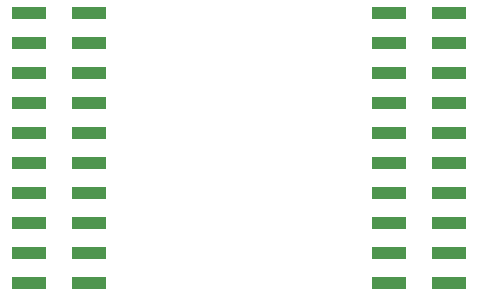
<source format=gbr>
%TF.GenerationSoftware,KiCad,Pcbnew,7.0.1*%
%TF.CreationDate,2023-09-07T21:54:11+09:00*%
%TF.ProjectId,CPU_ESP32S3WROOM,4350555f-4553-4503-9332-533357524f4f,rev?*%
%TF.SameCoordinates,Original*%
%TF.FileFunction,Paste,Bot*%
%TF.FilePolarity,Positive*%
%FSLAX46Y46*%
G04 Gerber Fmt 4.6, Leading zero omitted, Abs format (unit mm)*
G04 Created by KiCad (PCBNEW 7.0.1) date 2023-09-07 21:54:11*
%MOMM*%
%LPD*%
G01*
G04 APERTURE LIST*
%ADD10R,3.000000X1.000000*%
G04 APERTURE END LIST*
D10*
%TO.C,J4*%
X157365000Y-86420000D03*
X162405000Y-86420000D03*
X157365000Y-88960000D03*
X162405000Y-88960000D03*
X157365000Y-91500000D03*
X162405000Y-91500000D03*
X157365000Y-94040000D03*
X162405000Y-94040000D03*
X157365000Y-96580000D03*
X162405000Y-96580000D03*
X157365000Y-99120000D03*
X162405000Y-99120000D03*
X157365000Y-101660000D03*
X162405000Y-101660000D03*
X157365000Y-104200000D03*
X162405000Y-104200000D03*
X157365000Y-106740000D03*
X162405000Y-106740000D03*
X157365000Y-109280000D03*
X162405000Y-109280000D03*
%TD*%
%TO.C,J2*%
X126885000Y-86420000D03*
X131925000Y-86420000D03*
X126885000Y-88960000D03*
X131925000Y-88960000D03*
X126885000Y-91500000D03*
X131925000Y-91500000D03*
X126885000Y-94040000D03*
X131925000Y-94040000D03*
X126885000Y-96580000D03*
X131925000Y-96580000D03*
X126885000Y-99120000D03*
X131925000Y-99120000D03*
X126885000Y-101660000D03*
X131925000Y-101660000D03*
X126885000Y-104200000D03*
X131925000Y-104200000D03*
X126885000Y-106740000D03*
X131925000Y-106740000D03*
X126885000Y-109280000D03*
X131925000Y-109280000D03*
%TD*%
M02*

</source>
